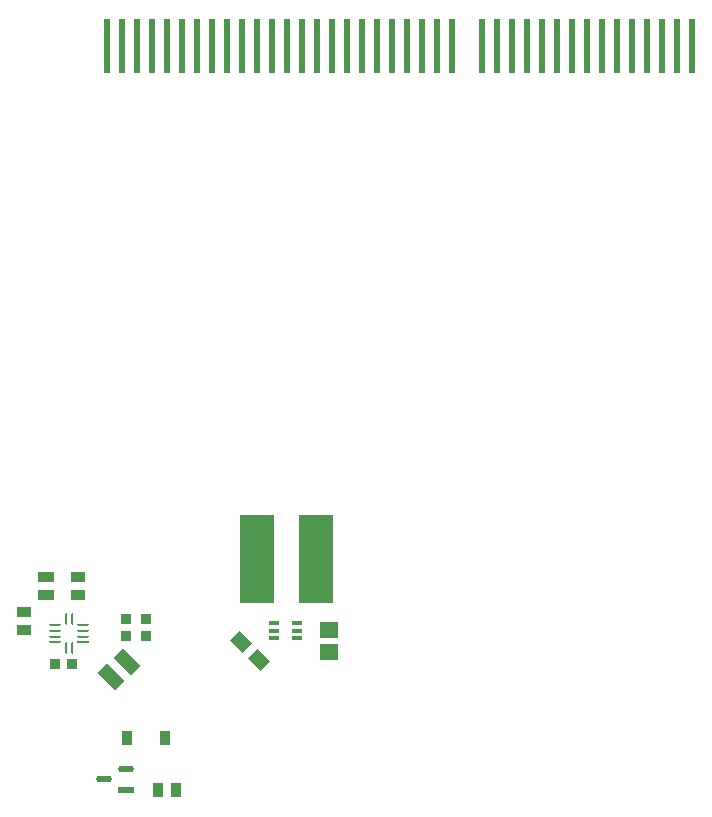
<source format=gbr>
%TF.GenerationSoftware,Altium Limited,Altium Designer,22.9.1 (49)*%
G04 Layer_Color=8421504*
%FSLAX45Y45*%
%MOMM*%
%TF.SameCoordinates,682DF52B-C038-4893-B781-CD12F227844D*%
%TF.FilePolarity,Positive*%
%TF.FileFunction,Paste,Top*%
%TF.Part,Single*%
G01*
G75*
%TA.AperFunction,SMDPad,CuDef*%
%ADD10R,1.55620X1.45464*%
%ADD11R,3.00000X7.50000*%
%ADD12R,0.90000X0.35000*%
G04:AMPARAMS|DCode=13|XSize=1.15mm|YSize=1.55mm|CornerRadius=0mm|HoleSize=0mm|Usage=FLASHONLY|Rotation=225.000|XOffset=0mm|YOffset=0mm|HoleType=Round|Shape=Rectangle|*
%AMROTATEDRECTD13*
4,1,4,-0.14142,0.95459,0.95459,-0.14142,0.14142,-0.95459,-0.95459,0.14142,-0.14142,0.95459,0.0*
%
%ADD13ROTATEDRECTD13*%

G04:AMPARAMS|DCode=14|XSize=1.1549mm|YSize=2.1062mm|CornerRadius=0mm|HoleSize=0mm|Usage=FLASHONLY|Rotation=45.000|XOffset=0mm|YOffset=0mm|HoleType=Round|Shape=Rectangle|*
%AMROTATEDRECTD14*
4,1,4,0.33634,-1.15297,-1.15297,0.33634,-0.33634,1.15297,1.15297,-0.33634,0.33634,-1.15297,0.0*
%
%ADD14ROTATEDRECTD14*%

%ADD15R,1.26213X0.95464*%
%ADD16R,1.35000X0.95000*%
G04:AMPARAMS|DCode=17|XSize=0.24247mm|YSize=1.00964mm|CornerRadius=0.12124mm|HoleSize=0mm|Usage=FLASHONLY|Rotation=180.000|XOffset=0mm|YOffset=0mm|HoleType=Round|Shape=RoundedRectangle|*
%AMROUNDEDRECTD17*
21,1,0.24247,0.76716,0,0,180.0*
21,1,0.00000,1.00964,0,0,180.0*
1,1,0.24247,0.00000,0.38358*
1,1,0.24247,0.00000,0.38358*
1,1,0.24247,0.00000,-0.38358*
1,1,0.24247,0.00000,-0.38358*
%
%ADD17ROUNDEDRECTD17*%
G04:AMPARAMS|DCode=18|XSize=1.00964mm|YSize=0.24247mm|CornerRadius=0.12124mm|HoleSize=0mm|Usage=FLASHONLY|Rotation=180.000|XOffset=0mm|YOffset=0mm|HoleType=Round|Shape=RoundedRectangle|*
%AMROUNDEDRECTD18*
21,1,1.00964,0.00000,0,0,180.0*
21,1,0.76716,0.24247,0,0,180.0*
1,1,0.24247,-0.38358,0.00000*
1,1,0.24247,0.38358,0.00000*
1,1,0.24247,0.38358,0.00000*
1,1,0.24247,-0.38358,0.00000*
%
%ADD18ROUNDEDRECTD18*%
%ADD19R,1.00964X0.24247*%
%ADD20R,0.91000X1.22000*%
G04:AMPARAMS|DCode=21|XSize=1.35872mm|YSize=0.58684mm|CornerRadius=0.29342mm|HoleSize=0mm|Usage=FLASHONLY|Rotation=180.000|XOffset=0mm|YOffset=0mm|HoleType=Round|Shape=RoundedRectangle|*
%AMROUNDEDRECTD21*
21,1,1.35872,0.00000,0,0,180.0*
21,1,0.77188,0.58684,0,0,180.0*
1,1,0.58684,-0.38594,0.00000*
1,1,0.58684,0.38594,0.00000*
1,1,0.58684,0.38594,0.00000*
1,1,0.58684,-0.38594,0.00000*
%
%ADD21ROUNDEDRECTD21*%
%ADD22R,1.35872X0.58684*%
%ADD23R,0.95464X1.26213*%
%ADD24R,0.81280X0.86360*%
%ADD25R,0.86360X0.81280*%
%ADD26R,0.53000X4.57200*%
D10*
X4200000Y4812578D02*
D03*
Y4627422D02*
D03*
D11*
X3590000Y5420000D02*
D03*
X4090000D02*
D03*
D12*
X3925000Y4875000D02*
D03*
Y4810000D02*
D03*
Y4745000D02*
D03*
X3735000D02*
D03*
Y4810000D02*
D03*
Y4875000D02*
D03*
D13*
X3607782Y4562218D02*
D03*
X3452218Y4717782D02*
D03*
D14*
X2485453Y4545453D02*
D03*
X2354547Y4414547D02*
D03*
D15*
X2070000Y5112422D02*
D03*
Y5267578D02*
D03*
X1620000Y4967578D02*
D03*
Y4812422D02*
D03*
D16*
X1800000Y5265000D02*
D03*
Y5115000D02*
D03*
D17*
X2025125Y4664875D02*
D03*
X1975125D02*
D03*
Y4905125D02*
D03*
X2025125D02*
D03*
D18*
X1880000Y4710000D02*
D03*
Y4760000D02*
D03*
Y4810000D02*
D03*
Y4860000D02*
D03*
X2120250D02*
D03*
Y4810000D02*
D03*
Y4760000D02*
D03*
D19*
Y4710000D02*
D03*
D20*
X2813500Y3900000D02*
D03*
X2486500D02*
D03*
D21*
X2297329Y3550000D02*
D03*
X2482671Y3641500D02*
D03*
D22*
Y3458500D02*
D03*
D23*
X2752422Y3460000D02*
D03*
X2907578D02*
D03*
D24*
X2480000Y4912390D02*
D03*
Y4767610D02*
D03*
X2650000Y4912390D02*
D03*
Y4767610D02*
D03*
D25*
X2022390Y4530000D02*
D03*
X1877610D02*
D03*
D26*
X2317650Y9760000D02*
D03*
X2444650D02*
D03*
X2571650D02*
D03*
X2698650D02*
D03*
X2825650D02*
D03*
X2952650D02*
D03*
X3079650D02*
D03*
X3206650D02*
D03*
X3333650D02*
D03*
X3460650D02*
D03*
X3587650D02*
D03*
X3714650D02*
D03*
X3841650D02*
D03*
X3968650D02*
D03*
X4095650D02*
D03*
X4222650D02*
D03*
X4349650D02*
D03*
X4476650D02*
D03*
X4603650D02*
D03*
X4730650D02*
D03*
X4857650D02*
D03*
X4984650D02*
D03*
X5111650D02*
D03*
X5238650D02*
D03*
X5492650D02*
D03*
X5619650D02*
D03*
X5746650D02*
D03*
X5873650D02*
D03*
X6000650D02*
D03*
X6127650D02*
D03*
X6254650D02*
D03*
X6381650D02*
D03*
X6508650D02*
D03*
X6635650D02*
D03*
X6762650D02*
D03*
X6889650D02*
D03*
X7016650D02*
D03*
X7143650D02*
D03*
X7270650D02*
D03*
%TF.MD5,2c271e42022a78f3df7efb6d2d4d984b*%
M02*

</source>
